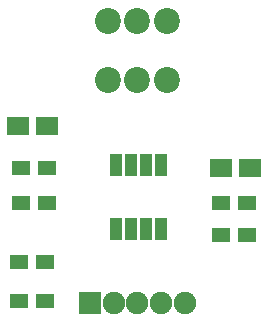
<source format=gts>
G04 #@! TF.FileFunction,Soldermask,Top*
%FSLAX46Y46*%
G04 Gerber Fmt 4.6, Leading zero omitted, Abs format (unit mm)*
G04 Created by KiCad (PCBNEW 4.0.4-1.fc24-product) date Fri Jan 12 13:14:49 2018*
%MOMM*%
%LPD*%
G01*
G04 APERTURE LIST*
%ADD10C,0.100000*%
%ADD11R,1.900000X1.650000*%
%ADD12R,1.600000X1.300000*%
%ADD13R,1.000000X1.950000*%
%ADD14R,1.900000X1.900000*%
%ADD15C,1.900000*%
%ADD16C,2.200000*%
G04 APERTURE END LIST*
D10*
D11*
X144850000Y-60900000D03*
X147350000Y-60900000D03*
X164550000Y-64500000D03*
X162050000Y-64500000D03*
D12*
X145000000Y-72400000D03*
X147200000Y-72400000D03*
X147200000Y-75700000D03*
X145000000Y-75700000D03*
X145100000Y-67400000D03*
X147300000Y-67400000D03*
X145100000Y-64500000D03*
X147300000Y-64500000D03*
X164300000Y-67400000D03*
X162100000Y-67400000D03*
X164300000Y-70100000D03*
X162100000Y-70100000D03*
D13*
X157005000Y-64200000D03*
X155735000Y-64200000D03*
X154465000Y-64200000D03*
X153195000Y-64200000D03*
X153195000Y-69600000D03*
X154465000Y-69600000D03*
X155735000Y-69600000D03*
X157005000Y-69600000D03*
D14*
X151000000Y-75900000D03*
D15*
X153000000Y-75900000D03*
X155000000Y-75900000D03*
X157000000Y-75900000D03*
X159000000Y-75900000D03*
D16*
X157500000Y-52000000D03*
X155000000Y-52000000D03*
X152500000Y-52000000D03*
X157500000Y-57000000D03*
X155000000Y-57000000D03*
X152500000Y-57000000D03*
M02*

</source>
